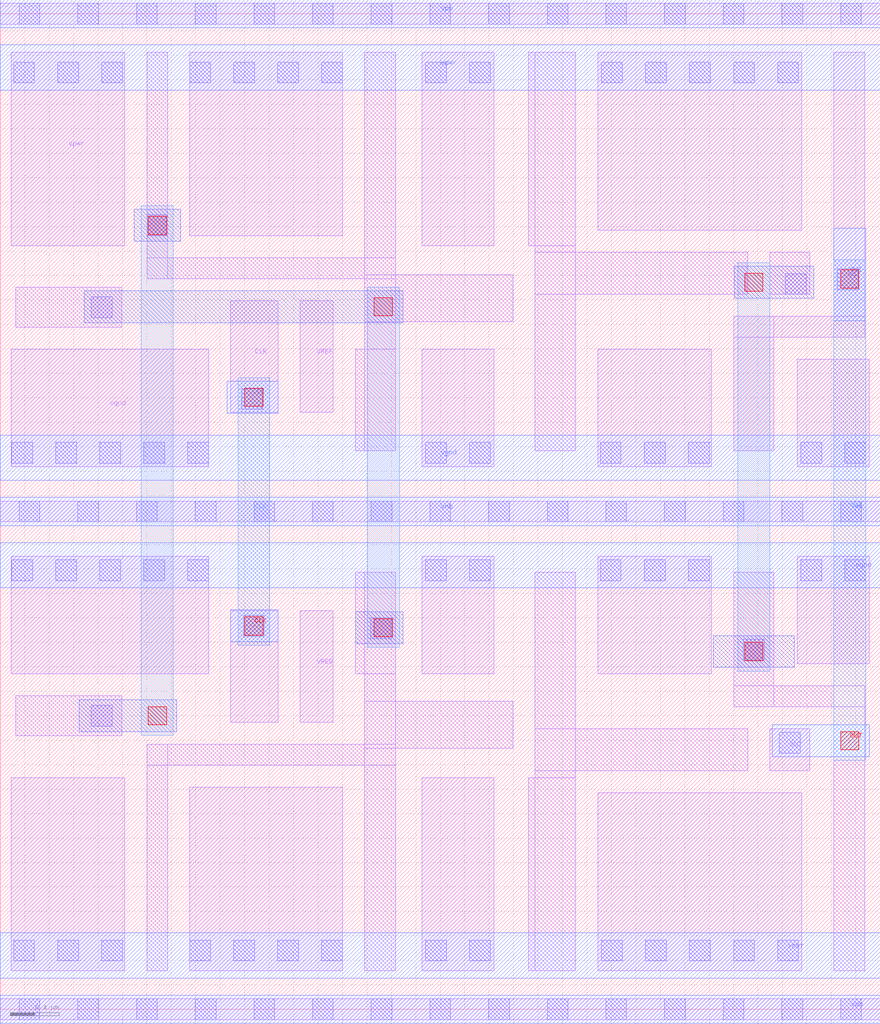
<source format=lef>
VERSION 5.6 ;
BUSBITCHARS "[]" ;
DIVIDERCHAR "/" ;

MACRO LDO_COMPARATOR
  CLASS CORE ;
  ORIGIN 0 0 ;
  FOREIGN LDO_COMPARATOR 0 0 ;
  SIZE 7.2 BY 8.14 ;
  SYMMETRY X Y ;
  SITE unithv ;
  PIN VREF
    DIRECTION INPUT ;
    USE SIGNAL ;
    PORT
      LAYER li1 ;
        RECT 2.455 4.88 2.725 5.795 ;
    END
  END VREF
  PIN VREG
    DIRECTION INOUT ;
    USE POWER ;
    PORT
      LAYER li1 ;
        RECT 2.455 2.345 2.725 3.26 ;
    END
  END VREG
  PIN OUT
    DIRECTION OUTPUT ;
    USE SIGNAL ;
    PORT
      LAYER met2 ;
        RECT 6.82 2.035 7.08 6.13 ;
      LAYER met1 ;
        RECT 6.315 2.065 7.11 2.325 ;
        RECT 6.82 5.63 7.08 6.385 ;
      LAYER li1 ;
        RECT 6.82 5.495 7.075 7.825 ;
        RECT 6 5.495 7.075 5.665 ;
        RECT 6 4.565 6.33 5.665 ;
        RECT 6.295 1.95 6.625 2.295 ;
      LAYER via ;
        RECT 6.875 5.895 7.025 6.045 ;
        RECT 6.875 2.12 7.025 2.27 ;
      LAYER mcon ;
        RECT 6.375 2.095 6.545 2.265 ;
        RECT 6.85 5.885 7.02 6.055 ;
    END
  END OUT
  PIN vgnd
    DIRECTION INOUT ;
    USE GROUND ;
    PORT
      LAYER met1 ;
        RECT 0 3.445 7.2 3.815 ;
        RECT 0 4.325 7.2 4.695 ;
      LAYER li1 ;
        RECT 6.52 2.825 7.11 3.705 ;
        RECT 6.52 4.435 7.11 5.315 ;
        RECT 4.89 2.745 5.82 3.705 ;
        RECT 4.89 4.435 5.82 5.395 ;
        RECT 3.45 2.745 4.04 3.705 ;
        RECT 3.45 4.435 4.04 5.395 ;
        RECT 0.09 2.745 1.705 3.705 ;
        RECT 0.09 4.435 1.705 5.395 ;
      LAYER mcon ;
        RECT 0.095 4.465 0.265 4.635 ;
        RECT 0.095 3.505 0.265 3.675 ;
        RECT 0.455 4.465 0.625 4.635 ;
        RECT 0.455 3.505 0.625 3.675 ;
        RECT 0.815 4.465 0.985 4.635 ;
        RECT 0.815 3.505 0.985 3.675 ;
        RECT 1.175 4.465 1.345 4.635 ;
        RECT 1.175 3.505 1.345 3.675 ;
        RECT 1.535 4.465 1.705 4.635 ;
        RECT 1.535 3.505 1.705 3.675 ;
        RECT 3.48 4.465 3.65 4.635 ;
        RECT 3.48 3.505 3.65 3.675 ;
        RECT 3.84 4.465 4.01 4.635 ;
        RECT 3.84 3.505 4.01 3.675 ;
        RECT 4.91 4.465 5.08 4.635 ;
        RECT 4.91 3.505 5.08 3.675 ;
        RECT 5.27 4.465 5.44 4.635 ;
        RECT 5.27 3.505 5.44 3.675 ;
        RECT 5.63 4.465 5.8 4.635 ;
        RECT 5.63 3.505 5.8 3.675 ;
        RECT 6.55 4.465 6.72 4.635 ;
        RECT 6.55 3.505 6.72 3.675 ;
        RECT 6.91 4.465 7.08 4.635 ;
        RECT 6.91 3.505 7.08 3.675 ;
    END
  END vgnd
  PIN vnb
    DIRECTION INOUT ;
    USE GROUND ;
    PORT
      LAYER met1 ;
        RECT 0 3.955 7.2 4.185 ;
      LAYER li1 ;
        RECT 0 3.985 7.2 4.155 ;
      LAYER mcon ;
        RECT 0.155 3.985 0.325 4.155 ;
        RECT 0.635 3.985 0.805 4.155 ;
        RECT 1.115 3.985 1.285 4.155 ;
        RECT 1.595 3.985 1.765 4.155 ;
        RECT 2.075 3.985 2.245 4.155 ;
        RECT 2.555 3.985 2.725 4.155 ;
        RECT 3.035 3.985 3.205 4.155 ;
        RECT 3.515 3.985 3.685 4.155 ;
        RECT 3.995 3.985 4.165 4.155 ;
        RECT 4.475 3.985 4.645 4.155 ;
        RECT 4.955 3.985 5.125 4.155 ;
        RECT 5.435 3.985 5.605 4.155 ;
        RECT 5.915 3.985 6.085 4.155 ;
        RECT 6.395 3.985 6.565 4.155 ;
        RECT 6.875 3.985 7.045 4.155 ;
    END
  END vnb
  PIN vpb
    DIRECTION INOUT ;
    USE POWER ;
    PORT
      LAYER met1 ;
        RECT 0 -0.115 7.2 0.115 ;
        RECT 0 8.025 7.2 8.255 ;
      LAYER li1 ;
        RECT 0 -0.085 7.2 0.085 ;
        RECT 0 8.055 7.2 8.225 ;
      LAYER mcon ;
        RECT 0.155 8.055 0.325 8.225 ;
        RECT 0.155 -0.085 0.325 0.085 ;
        RECT 0.635 8.055 0.805 8.225 ;
        RECT 0.635 -0.085 0.805 0.085 ;
        RECT 1.115 8.055 1.285 8.225 ;
        RECT 1.115 -0.085 1.285 0.085 ;
        RECT 1.595 8.055 1.765 8.225 ;
        RECT 1.595 -0.085 1.765 0.085 ;
        RECT 2.075 8.055 2.245 8.225 ;
        RECT 2.075 -0.085 2.245 0.085 ;
        RECT 2.555 8.055 2.725 8.225 ;
        RECT 2.555 -0.085 2.725 0.085 ;
        RECT 3.035 8.055 3.205 8.225 ;
        RECT 3.035 -0.085 3.205 0.085 ;
        RECT 3.515 8.055 3.685 8.225 ;
        RECT 3.515 -0.085 3.685 0.085 ;
        RECT 3.995 8.055 4.165 8.225 ;
        RECT 3.995 -0.085 4.165 0.085 ;
        RECT 4.475 8.055 4.645 8.225 ;
        RECT 4.475 -0.085 4.645 0.085 ;
        RECT 4.955 8.055 5.125 8.225 ;
        RECT 4.955 -0.085 5.125 0.085 ;
        RECT 5.435 8.055 5.605 8.225 ;
        RECT 5.435 -0.085 5.605 0.085 ;
        RECT 5.915 8.055 6.085 8.225 ;
        RECT 5.915 -0.085 6.085 0.085 ;
        RECT 6.395 8.055 6.565 8.225 ;
        RECT 6.395 -0.085 6.565 0.085 ;
        RECT 6.875 8.055 7.045 8.225 ;
        RECT 6.875 -0.085 7.045 0.085 ;
    END
  END vpb
  PIN vpwr
    DIRECTION INOUT ;
    USE POWER ;
    PORT
      LAYER met1 ;
        RECT 0 0.255 7.2 0.625 ;
        RECT 0 7.515 7.2 7.885 ;
      LAYER li1 ;
        RECT 4.89 0.315 6.56 1.77 ;
        RECT 4.89 6.37 6.56 7.825 ;
        RECT 3.45 0.315 4.04 1.895 ;
        RECT 3.45 6.245 4.04 7.825 ;
        RECT 1.55 0.315 2.8 1.815 ;
        RECT 1.55 6.325 2.8 7.825 ;
        RECT 0.09 0.315 1.02 1.895 ;
        RECT 0.09 6.245 1.02 7.825 ;
      LAYER mcon ;
        RECT 0.11 7.575 0.28 7.745 ;
        RECT 0.11 0.395 0.28 0.565 ;
        RECT 0.47 7.575 0.64 7.745 ;
        RECT 0.47 0.395 0.64 0.565 ;
        RECT 0.83 7.575 1 7.745 ;
        RECT 0.83 0.395 1 0.565 ;
        RECT 1.55 7.575 1.72 7.745 ;
        RECT 1.55 0.395 1.72 0.565 ;
        RECT 1.91 7.575 2.08 7.745 ;
        RECT 1.91 0.395 2.08 0.565 ;
        RECT 2.27 7.575 2.44 7.745 ;
        RECT 2.27 0.395 2.44 0.565 ;
        RECT 2.63 7.575 2.8 7.745 ;
        RECT 2.63 0.395 2.8 0.565 ;
        RECT 3.48 7.575 3.65 7.745 ;
        RECT 3.48 0.395 3.65 0.565 ;
        RECT 3.84 7.575 4.01 7.745 ;
        RECT 3.84 0.395 4.01 0.565 ;
        RECT 4.92 7.575 5.09 7.745 ;
        RECT 4.92 0.395 5.09 0.565 ;
        RECT 5.28 7.575 5.45 7.745 ;
        RECT 5.28 0.395 5.45 0.565 ;
        RECT 5.64 7.575 5.81 7.745 ;
        RECT 5.64 0.395 5.81 0.565 ;
        RECT 6 7.575 6.17 7.745 ;
        RECT 6 0.395 6.17 0.565 ;
        RECT 6.36 7.575 6.53 7.745 ;
        RECT 6.36 0.395 6.53 0.565 ;
    END
  END vpwr
  PIN CLK
    DIRECTION INPUT ;
    USE SIGNAL ;
    PORT
      LAYER met2 ;
        RECT 1.945 2.975 2.205 5.165 ;
      LAYER met1 ;
        RECT 1.885 3.005 2.275 3.265 ;
        RECT 1.855 4.875 2.275 5.135 ;
      LAYER li1 ;
        RECT 1.885 2.345 2.275 3.26 ;
        RECT 1.885 4.88 2.275 5.795 ;
      LAYER via ;
        RECT 2 4.93 2.15 5.08 ;
        RECT 2 3.06 2.15 3.21 ;
      LAYER mcon ;
        RECT 1.975 4.905 2.145 5.075 ;
        RECT 1.99 3.05 2.16 3.22 ;
    END
  END CLK
  OBS
    LAYER mcon ;
      RECT 6.425 5.845 6.595 6.015 ;
      RECT 6.08 2.855 6.25 3.025 ;
      RECT 3.03 3.03 3.2 3.2 ;
      RECT 1.2 6.325 1.37 6.495 ;
      RECT 0.745 2.315 0.915 2.485 ;
      RECT 0.745 5.655 0.915 5.825 ;
    LAYER met1 ;
      RECT 6.005 5.815 6.655 6.075 ;
      RECT 5.835 2.795 6.495 3.055 ;
      RECT 2.905 2.99 3.295 3.25 ;
      RECT 0.685 5.615 3.295 5.875 ;
      RECT 1.095 6.28 1.475 6.54 ;
      RECT 0.645 2.27 1.445 2.53 ;
    LAYER via ;
      RECT 6.09 2.85 6.24 3 ;
      RECT 6.09 5.87 6.24 6.02 ;
      RECT 3.06 3.045 3.21 3.195 ;
      RECT 3.06 5.67 3.21 5.82 ;
      RECT 1.21 2.325 1.36 2.475 ;
      RECT 1.21 6.335 1.36 6.485 ;
    LAYER met2 ;
      RECT 6.035 2.765 6.295 6.105 ;
      RECT 3.005 2.96 3.265 5.905 ;
      RECT 1.155 2.24 1.415 6.57 ;
    LAYER li1 ;
      RECT 6 2.475 6.33 3.575 ;
      RECT 6 2.475 7.075 2.645 ;
      RECT 6.82 0.315 7.075 2.645 ;
      RECT 4.375 0.315 4.705 3.575 ;
      RECT 4.375 1.95 6.115 2.295 ;
      RECT 4.32 0.315 4.705 1.895 ;
      RECT 4.32 6.245 4.705 7.825 ;
      RECT 4.375 4.565 4.705 7.825 ;
      RECT 4.375 5.845 6.115 6.19 ;
      RECT 2.905 2.745 3.235 3.575 ;
      RECT 2.98 0.315 3.235 3.575 ;
      RECT 2.98 2.135 4.195 2.52 ;
      RECT 1.2 1.995 3.235 2.165 ;
      RECT 1.2 0.315 1.37 2.165 ;
      RECT 2.98 4.565 3.235 7.825 ;
      RECT 1.2 5.975 1.37 7.825 ;
      RECT 1.2 5.975 3.235 6.145 ;
      RECT 2.98 5.62 4.195 6.005 ;
      RECT 2.905 4.565 3.235 5.395 ;
      RECT 6.295 5.845 6.625 6.19 ;
      RECT 0.125 2.235 0.995 2.565 ;
      RECT 0.125 5.575 0.995 5.905 ;
  END
END LDO_COMPARATOR

END LIBRARY

</source>
